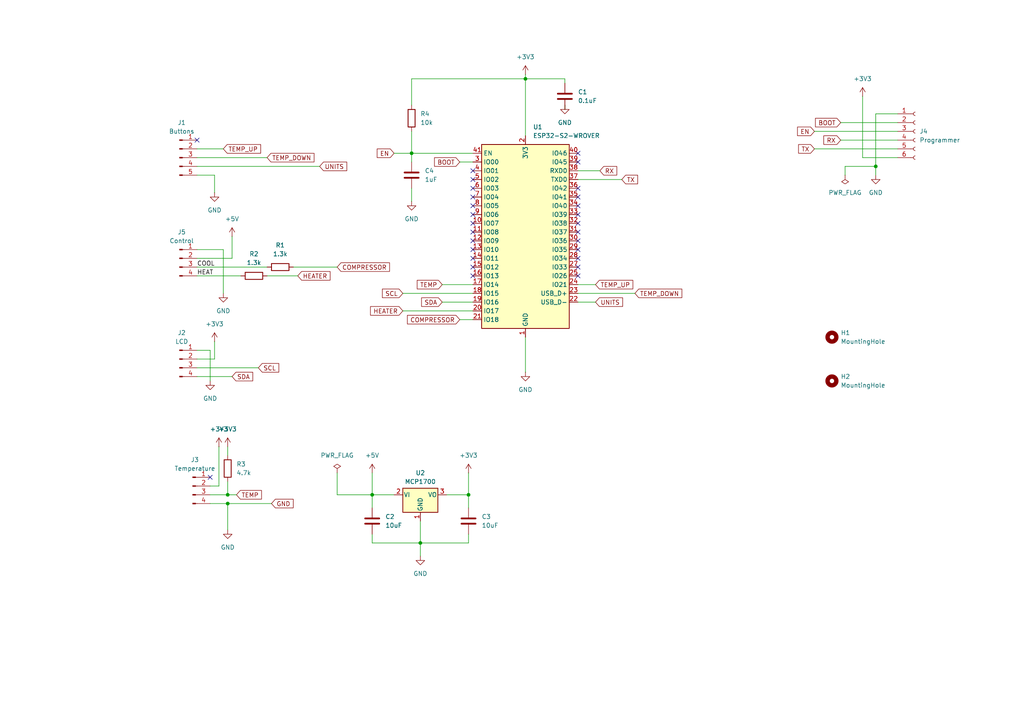
<source format=kicad_sch>
(kicad_sch (version 20231120) (generator "eeschema") (generator_version "8.0")
  (paper "A4")
  (lib_symbols
    (symbol "Conn_01x04_Pin_1" (pin_names (offset 1.016) hide)
      (property "Reference" "J" (at 0 5.08 0))
      (property "Value" "Conn_01x04_Pin" (at 0 -7.62 0))
      (symbol "Conn_01x04_Pin_1_1_1"
        (polyline (pts (xy 1.27 -5.08) (xy 0.8636 -5.08)) (stroke (width 0.1524)))
        (polyline (pts (xy 1.27 -2.54) (xy 0.8636 -2.54)) (stroke (width 0.1524)))
        (polyline (pts (xy 1.27 0) (xy 0.8636 0)) (stroke (width 0.1524)))
        (polyline (pts (xy 1.27 2.54) (xy 0.8636 2.54)) (stroke (width 0.1524)))
        (rectangle (start 0.8636 -4.953) (end 0 -5.207) (stroke (width 0.1524)) (fill (type outline)))
        (rectangle (start 0.8636 -2.413) (end 0 -2.667) (stroke (width 0.1524)) (fill (type outline)))
        (rectangle (start 0.8636 0.127) (end 0 -0.127) (stroke (width 0.1524)) (fill (type outline)))
        (rectangle (start 0.8636 2.667) (end 0 2.413) (stroke (width 0.1524)) (fill (type outline)))
        (pin passive line (at 5.08 2.54 180) (length 3.81) (name "Pin_1") (number "1"))
        (pin passive line (at 5.08 0 180) (length 3.81) (name "Pin_2") (number "2"))
        (pin passive line (at 5.08 -2.54 180) (length 3.81) (name "Pin_3") (number "3"))
        (pin passive line (at 5.08 -5.08 180) (length 3.81) (name "Pin_4") (number "4"))
      )
    )
    (symbol "Connector:Conn_01x04_Pin" (pin_names (offset 1.016) hide)
      (property "Reference" "J" (at 0 5.08 0))
      (property "Value" "Conn_01x04_Pin" (at 0 -7.62 0))
      (symbol "Conn_01x04_Pin_1_1"
        (polyline (pts (xy 1.27 -5.08) (xy 0.8636 -5.08)) (stroke (width 0.1524)))
        (polyline (pts (xy 1.27 -2.54) (xy 0.8636 -2.54)) (stroke (width 0.1524)))
        (polyline (pts (xy 1.27 0) (xy 0.8636 0)) (stroke (width 0.1524)))
        (polyline (pts (xy 1.27 2.54) (xy 0.8636 2.54)) (stroke (width 0.1524)))
        (rectangle (start 0.8636 -4.953) (end 0 -5.207) (stroke (width 0.1524)) (fill (type outline)))
        (rectangle (start 0.8636 -2.413) (end 0 -2.667) (stroke (width 0.1524)) (fill (type outline)))
        (rectangle (start 0.8636 0.127) (end 0 -0.127) (stroke (width 0.1524)) (fill (type outline)))
        (rectangle (start 0.8636 2.667) (end 0 2.413) (stroke (width 0.1524)) (fill (type outline)))
        (pin passive line (at 5.08 2.54 180) (length 3.81) (name "Pin_1") (number "1"))
        (pin passive line (at 5.08 0 180) (length 3.81) (name "Pin_2") (number "2"))
        (pin passive line (at 5.08 -2.54 180) (length 3.81) (name "Pin_3") (number "3"))
        (pin passive line (at 5.08 -5.08 180) (length 3.81) (name "Pin_4") (number "4"))
      )
    )
    (symbol "Connector:Conn_01x05_Pin" (pin_names (offset 1.016) hide)
      (property "Reference" "J" (at 0 7.62 0))
      (property "Value" "Conn_01x05_Pin" (at 0 -7.62 0))
      (symbol "Conn_01x05_Pin_1_1"
        (polyline (pts (xy 1.27 -5.08) (xy 0.8636 -5.08)) (stroke (width 0.1524)))
        (polyline (pts (xy 1.27 -2.54) (xy 0.8636 -2.54)) (stroke (width 0.1524)))
        (polyline (pts (xy 1.27 0) (xy 0.8636 0)) (stroke (width 0.1524)))
        (polyline (pts (xy 1.27 2.54) (xy 0.8636 2.54)) (stroke (width 0.1524)))
        (polyline (pts (xy 1.27 5.08) (xy 0.8636 5.08)) (stroke (width 0.1524)))
        (rectangle (start 0.8636 -4.953) (end 0 -5.207) (stroke (width 0.1524)) (fill (type outline)))
        (rectangle (start 0.8636 -2.413) (end 0 -2.667) (stroke (width 0.1524)) (fill (type outline)))
        (rectangle (start 0.8636 0.127) (end 0 -0.127) (stroke (width 0.1524)) (fill (type outline)))
        (rectangle (start 0.8636 2.667) (end 0 2.413) (stroke (width 0.1524)) (fill (type outline)))
        (rectangle (start 0.8636 5.207) (end 0 4.953) (stroke (width 0.1524)) (fill (type outline)))
        (pin passive line (at 5.08 5.08 180) (length 3.81) (name "Pin_1") (number "1"))
        (pin passive line (at 5.08 2.54 180) (length 3.81) (name "Pin_2") (number "2"))
        (pin passive line (at 5.08 0 180) (length 3.81) (name "Pin_3") (number "3"))
        (pin passive line (at 5.08 -2.54 180) (length 3.81) (name "Pin_4") (number "4"))
        (pin passive line (at 5.08 -5.08 180) (length 3.81) (name "Pin_5") (number "5"))
      )
    )
    (symbol "Connector:Conn_01x06_Socket" (pin_names (offset 1.016) hide)
      (property "Reference" "J" (at 0 7.62 0))
      (property "Value" "Conn_01x06_Socket" (at 0 -10.16 0))
      (symbol "Conn_01x06_Socket_1_1"
        (arc (start 0 -7.112) (mid -0.5058 -7.62) (end 0 -8.128) (stroke (width 0.1524)))
        (arc (start 0 -4.572) (mid -0.5058 -5.08) (end 0 -5.588) (stroke (width 0.1524)))
        (arc (start 0 -2.032) (mid -0.5058 -2.54) (end 0 -3.048) (stroke (width 0.1524)))
        (polyline (pts (xy -1.27 -7.62) (xy -0.508 -7.62)) (stroke (width 0.1524)))
        (polyline (pts (xy -1.27 -5.08) (xy -0.508 -5.08)) (stroke (width 0.1524)))
        (polyline (pts (xy -1.27 -2.54) (xy -0.508 -2.54)) (stroke (width 0.1524)))
        (polyline (pts (xy -1.27 0) (xy -0.508 0)) (stroke (width 0.1524)))
        (polyline (pts (xy -1.27 2.54) (xy -0.508 2.54)) (stroke (width 0.1524)))
        (polyline (pts (xy -1.27 5.08) (xy -0.508 5.08)) (stroke (width 0.1524)))
        (arc (start 0 0.508) (mid -0.5058 0) (end 0 -0.508) (stroke (width 0.1524)))
        (arc (start 0 3.048) (mid -0.5058 2.54) (end 0 2.032) (stroke (width 0.1524)))
        (arc (start 0 5.588) (mid -0.5058 5.08) (end 0 4.572) (stroke (width 0.1524)))
        (pin passive line (at -5.08 5.08 0) (length 3.81) (name "Pin_1") (number "1"))
        (pin passive line (at -5.08 2.54 0) (length 3.81) (name "Pin_2") (number "2"))
        (pin passive line (at -5.08 0 0) (length 3.81) (name "Pin_3") (number "3"))
        (pin passive line (at -5.08 -2.54 0) (length 3.81) (name "Pin_4") (number "4"))
        (pin passive line (at -5.08 -5.08 0) (length 3.81) (name "Pin_5") (number "5"))
        (pin passive line (at -5.08 -7.62 0) (length 3.81) (name "Pin_6") (number "6"))
      )
    )
    (symbol "Device:C" (pin_numbers hide) (pin_names (offset 0.254))
      (property "Reference" "C" (at 0.635 2.54 0))
      (property "Value" "C" (at 0.635 -2.54 0))
      (symbol "C_0_1"
        (polyline (pts (xy -2.032 -0.762) (xy 2.032 -0.762)) (stroke (width 0.508)))
        (polyline (pts (xy -2.032 0.762) (xy 2.032 0.762)) (stroke (width 0.508)))
      )
      (symbol "C_1_1"
        (pin passive line (at 0 3.81 270) (length 2.794) (name "~") (number "1"))
        (pin passive line (at 0 -3.81 90) (length 2.794) (name "~") (number "2"))
      )
    )
    (symbol "Device:R" (pin_numbers hide) (pin_names (offset 0))
      (property "Reference" "R" (at 2.032 0 90))
      (property "Value" "R" (at 0 0 90))
      (symbol "R_0_1"
        (rectangle (start -1.016 -2.54) (end 1.016 2.54) (stroke (width 0.254)))
      )
      (symbol "R_1_1"
        (pin passive line (at 0 3.81 270) (length 1.27) (name "~") (number "1"))
        (pin passive line (at 0 -3.81 90) (length 1.27) (name "~") (number "2"))
      )
    )
    (symbol "Mechanical:MountingHole" (pin_names (offset 1.016)) (exclude_from_sim yes) (in_bom no)
      (property "Reference" "H" (at 0 5.08 0))
      (property "Value" "MountingHole" (at 0 3.175 0))
      (symbol "MountingHole_0_1"
        (circle (center 0 0) (radius 1.27) (stroke (width 1.27)))
      )
    )
    (symbol "RF_Module:ESP32-S2-WROVER"
      (property "Reference" "U" (at -12.7 29.21 0))
      (property "Value" "ESP32-S2-WROVER" (at 2.54 29.21 0))
      (symbol "ESP32-S2-WROVER_0_1"
        (rectangle (start -12.7 27.94) (end 12.7 -25.4) (stroke (width 0.254)) (fill (type background)))
      )
      (symbol "ESP32-S2-WROVER_1_1"
        (pin power_in line (at 0 -27.94 90) (length 2.54) (name "GND") (number "1"))
        (pin bidirectional line (at -15.24 5.08 0) (length 2.54) (name "IO07") (number "10"))
        (pin bidirectional line (at -15.24 2.54 0) (length 2.54) (name "IO08") (number "11"))
        (pin bidirectional line (at -15.24 0 0) (length 2.54) (name "IO09") (number "12"))
        (pin bidirectional line (at -15.24 -2.54 0) (length 2.54) (name "IO10") (number "13"))
        (pin bidirectional line (at -15.24 -5.08 0) (length 2.54) (name "IO11") (number "14"))
        (pin bidirectional line (at -15.24 -7.62 0) (length 2.54) (name "IO12") (number "15"))
        (pin bidirectional line (at -15.24 -10.16 0) (length 2.54) (name "IO13") (number "16"))
        (pin bidirectional line (at -15.24 -12.7 0) (length 2.54) (name "IO14") (number "17"))
        (pin bidirectional line (at -15.24 -15.24 0) (length 2.54) (name "IO15") (number "18"))
        (pin bidirectional line (at -15.24 -17.78 0) (length 2.54) (name "IO16") (number "19"))
        (pin power_in line (at 0 30.48 270) (length 2.54) (name "3V3") (number "2"))
        (pin bidirectional line (at -15.24 -20.32 0) (length 2.54) (name "IO17") (number "20"))
        (pin bidirectional line (at -15.24 -22.86 0) (length 2.54) (name "IO18") (number "21"))
        (pin bidirectional line (at 15.24 -17.78 180) (length 2.54) (name "USB_D-") (number "22"))
        (pin bidirectional line (at 15.24 -15.24 180) (length 2.54) (name "USB_D+") (number "23"))
        (pin bidirectional line (at 15.24 -12.7 180) (length 2.54) (name "IO21") (number "24"))
        (pin bidirectional line (at 15.24 -10.16 180) (length 2.54) (name "IO26") (number "25"))
        (pin passive line (at 0 -27.94 90) (length 2.54) hide (name "GND") (number "26"))
        (pin bidirectional line (at 15.24 -7.62 180) (length 2.54) (name "IO33") (number "27"))
        (pin bidirectional line (at 15.24 -5.08 180) (length 2.54) (name "IO34") (number "28"))
        (pin bidirectional line (at 15.24 -2.54 180) (length 2.54) (name "IO35") (number "29"))
        (pin bidirectional line (at -15.24 22.86 0) (length 2.54) (name "IO00") (number "3"))
        (pin bidirectional line (at 15.24 0 180) (length 2.54) (name "IO36") (number "30"))
        (pin bidirectional line (at 15.24 2.54 180) (length 2.54) (name "IO37") (number "31"))
        (pin bidirectional line (at 15.24 5.08 180) (length 2.54) (name "IO38") (number "32"))
        (pin bidirectional line (at 15.24 7.62 180) (length 2.54) (name "IO39") (number "33"))
        (pin bidirectional line (at 15.24 10.16 180) (length 2.54) (name "IO40") (number "34"))
        (pin bidirectional line (at 15.24 12.7 180) (length 2.54) (name "IO41") (number "35"))
        (pin bidirectional line (at 15.24 15.24 180) (length 2.54) (name "IO42") (number "36"))
        (pin bidirectional line (at 15.24 17.78 180) (length 2.54) (name "TXD0") (number "37"))
        (pin bidirectional line (at 15.24 20.32 180) (length 2.54) (name "RXD0") (number "38"))
        (pin bidirectional line (at 15.24 22.86 180) (length 2.54) (name "IO45") (number "39"))
        (pin bidirectional line (at -15.24 20.32 0) (length 2.54) (name "IO01") (number "4"))
        (pin input line (at 15.24 25.4 180) (length 2.54) (name "IO46") (number "40"))
        (pin input line (at -15.24 25.4 0) (length 2.54) (name "EN") (number "41"))
        (pin passive line (at 0 -27.94 90) (length 2.54) hide (name "GND") (number "42"))
        (pin passive line (at 0 -27.94 90) (length 2.54) hide (name "GND") (number "43"))
        (pin bidirectional line (at -15.24 17.78 0) (length 2.54) (name "IO02") (number "5"))
        (pin bidirectional line (at -15.24 15.24 0) (length 2.54) (name "IO03") (number "6"))
        (pin bidirectional line (at -15.24 12.7 0) (length 2.54) (name "IO04") (number "7"))
        (pin bidirectional line (at -15.24 10.16 0) (length 2.54) (name "IO05") (number "8"))
        (pin bidirectional line (at -15.24 7.62 0) (length 2.54) (name "IO06") (number "9"))
      )
    )
    (symbol "Regulator_Linear:MCP1700x-330xxMB" (pin_names (offset 0.254))
      (property "Reference" "U" (at -3.81 3.175 0))
      (property "Value" "MCP1700x-330xxMB" (at 0 3.175 0))
      (symbol "MCP1700x-330xxMB_0_1"
        (rectangle (start -5.08 -5.08) (end 5.08 1.905) (stroke (width 0.254)) (fill (type background)))
      )
      (symbol "MCP1700x-330xxMB_1_1"
        (pin power_in line (at 0 -7.62 90) (length 2.54) (name "GND") (number "1"))
        (pin power_in line (at -7.62 0 0) (length 2.54) (name "VI") (number "2"))
        (pin power_out line (at 7.62 0 180) (length 2.54) (name "VO") (number "3"))
      )
    )
    (symbol "power:+3V3" (power) (pin_numbers hide) (pin_names (offset 0) hide)
      (property "Value" "+3V3" (at 0 3.556 0))
      (symbol "+3V3_0_1"
        (polyline (pts (xy -0.762 1.27) (xy 0 2.54)))
        (polyline (pts (xy 0 0) (xy 0 2.54)))
        (polyline (pts (xy 0 2.54) (xy 0.762 1.27)))
      )
      (symbol "+3V3_1_1"
        (pin power_in line (at 0 0 90) (length 0) (name "~") (number "1"))
      )
    )
    (symbol "power:+5V" (power) (pin_numbers hide) (pin_names (offset 0) hide)
      (property "Value" "+5V" (at 0 3.556 0))
      (symbol "+5V_0_1"
        (polyline (pts (xy -0.762 1.27) (xy 0 2.54)))
        (polyline (pts (xy 0 0) (xy 0 2.54)))
        (polyline (pts (xy 0 2.54) (xy 0.762 1.27)))
      )
      (symbol "+5V_1_1"
        (pin power_in line (at 0 0 90) (length 0) (name "~") (number "1"))
      )
    )
    (symbol "power:GND" (power) (pin_numbers hide) (pin_names (offset 0) hide)
      (property "Value" "GND" (at 0 -3.81 0))
      (symbol "GND_0_1"
        (polyline (pts (xy 0 0) (xy 0 -1.27) (xy 1.27 -1.27) (xy 0 -2.54) (xy -1.27 -1.27) (xy 0 -1.27)))
      )
      (symbol "GND_1_1"
        (pin power_in line (at 0 0 270) (length 0) (name "~") (number "1"))
      )
    )
    (symbol "power:PWR_FLAG" (power) (pin_numbers hide) (pin_names (offset 0) hide)
      (property "Value" "PWR_FLAG" (at 0 3.81 0))
      (symbol "PWR_FLAG_0_0"
        (pin power_out line (at 0 0 90) (length 0) (name "~") (number "1"))
      )
      (symbol "PWR_FLAG_0_1"
        (polyline (pts (xy 0 0) (xy 0 1.27) (xy -1.016 1.905) (xy 0 2.54) (xy 1.016 1.905) (xy 0 1.27)))
      )
    )
  )
  (junction (at 119.38 44.45))
  (junction (at 152.4 22.86))
  (junction (at 107.95 143.51))
  (junction (at 135.89 143.51))
  (junction (at 66.04 146.05))
  (junction (at 66.04 143.51))
  (junction (at 254 48.26))
  (junction (at 121.92 157.48))
  (no_connect (at 167.64 62.23))
  (no_connect (at 137.16 59.69))
  (no_connect (at 137.16 49.53))
  (no_connect (at 167.64 64.77))
  (no_connect (at 137.16 62.23))
  (no_connect (at 167.64 57.15))
  (no_connect (at 137.16 69.85))
  (no_connect (at 167.64 46.99))
  (no_connect (at 60.96 138.43))
  (no_connect (at 137.16 54.61))
  (no_connect (at 137.16 57.15))
  (no_connect (at 137.16 67.31))
  (no_connect (at 167.64 69.85))
  (no_connect (at 137.16 74.93))
  (no_connect (at 167.64 54.61))
  (no_connect (at 167.64 59.69))
  (no_connect (at 137.16 72.39))
  (no_connect (at 167.64 77.47))
  (no_connect (at 137.16 64.77))
  (no_connect (at 167.64 80.01))
  (no_connect (at 137.16 52.07))
  (no_connect (at 167.64 44.45))
  (no_connect (at 167.64 74.93))
  (no_connect (at 167.64 67.31))
  (no_connect (at 167.64 72.39))
  (no_connect (at 57.15 40.64))
  (no_connect (at 137.16 80.01))
  (no_connect (at 137.16 77.47))
  (wire (pts (xy 128.27 87.63) (xy 137.16 87.63)))
  (wire (pts (xy 64.77 72.39) (xy 64.77 85.09)))
  (wire (pts (xy 152.4 22.86) (xy 163.83 22.86)))
  (wire (pts (xy 119.38 44.45) (xy 119.38 46.99)))
  (wire (pts (xy 66.04 129.54) (xy 66.04 132.08)))
  (wire (pts (xy 121.92 157.48) (xy 121.92 161.29)))
  (wire (pts (xy 119.38 38.1) (xy 119.38 44.45)))
  (wire (pts (xy 119.38 54.61) (xy 119.38 58.42)))
  (wire (pts (xy 60.96 140.97) (xy 63.5 140.97)))
  (wire (pts (xy 243.84 40.64) (xy 260.35 40.64)))
  (wire (pts (xy 133.35 46.99) (xy 137.16 46.99)))
  (wire (pts (xy 57.15 50.8) (xy 62.23 50.8)))
  (wire (pts (xy 57.15 109.22) (xy 67.31 109.22)))
  (wire (pts (xy 57.15 48.26) (xy 92.71 48.26)))
  (wire (pts (xy 57.15 77.47) (xy 77.47 77.47)))
  (wire (pts (xy 135.89 154.94) (xy 135.89 157.48)))
  (wire (pts (xy 97.79 143.51) (xy 107.95 143.51)))
  (wire (pts (xy 66.04 146.05) (xy 78.74 146.05)))
  (wire (pts (xy 66.04 143.51) (xy 68.58 143.51)))
  (wire (pts (xy 62.23 99.06) (xy 62.23 104.14)))
  (wire (pts (xy 114.3 44.45) (xy 119.38 44.45)))
  (wire (pts (xy 66.04 146.05) (xy 66.04 153.67)))
  (wire (pts (xy 236.22 43.18) (xy 260.35 43.18)))
  (wire (pts (xy 119.38 22.86) (xy 119.38 30.48)))
  (wire (pts (xy 60.96 143.51) (xy 66.04 143.51)))
  (wire (pts (xy 250.19 27.94) (xy 250.19 45.72)))
  (wire (pts (xy 116.84 85.09) (xy 137.16 85.09)))
  (wire (pts (xy 57.15 106.68) (xy 74.93 106.68)))
  (wire (pts (xy 62.23 104.14) (xy 57.15 104.14)))
  (wire (pts (xy 245.11 50.8) (xy 245.11 48.26)))
  (wire (pts (xy 243.84 35.56) (xy 260.35 35.56)))
  (wire (pts (xy 107.95 157.48) (xy 121.92 157.48)))
  (wire (pts (xy 67.31 68.58) (xy 67.31 74.93)))
  (wire (pts (xy 254 33.02) (xy 260.35 33.02)))
  (wire (pts (xy 152.4 22.86) (xy 152.4 39.37)))
  (wire (pts (xy 57.15 43.18) (xy 64.77 43.18)))
  (wire (pts (xy 107.95 137.16) (xy 107.95 143.51)))
  (wire (pts (xy 129.54 143.51) (xy 135.89 143.51)))
  (wire (pts (xy 163.83 31.75) (xy 163.83 30.48)))
  (wire (pts (xy 57.15 80.01) (xy 69.85 80.01)))
  (wire (pts (xy 236.22 38.1) (xy 260.35 38.1)))
  (wire (pts (xy 77.47 80.01) (xy 86.36 80.01)))
  (wire (pts (xy 62.23 50.8) (xy 62.23 55.88)))
  (wire (pts (xy 107.95 143.51) (xy 107.95 147.32)))
  (wire (pts (xy 245.11 48.26) (xy 254 48.26)))
  (wire (pts (xy 163.83 24.13) (xy 163.83 22.86)))
  (wire (pts (xy 135.89 137.16) (xy 135.89 143.51)))
  (wire (pts (xy 66.04 139.7) (xy 66.04 143.51)))
  (wire (pts (xy 254 48.26) (xy 254 50.8)))
  (wire (pts (xy 167.64 52.07) (xy 180.34 52.07)))
  (wire (pts (xy 60.96 101.6) (xy 60.96 110.49)))
  (wire (pts (xy 121.92 151.13) (xy 121.92 157.48)))
  (wire (pts (xy 167.64 82.55) (xy 172.72 82.55)))
  (wire (pts (xy 167.64 49.53) (xy 173.99 49.53)))
  (wire (pts (xy 116.84 90.17) (xy 137.16 90.17)))
  (wire (pts (xy 152.4 97.79) (xy 152.4 107.95)))
  (wire (pts (xy 60.96 146.05) (xy 66.04 146.05)))
  (wire (pts (xy 119.38 22.86) (xy 152.4 22.86)))
  (wire (pts (xy 135.89 143.51) (xy 135.89 147.32)))
  (wire (pts (xy 57.15 101.6) (xy 60.96 101.6)))
  (wire (pts (xy 97.79 137.16) (xy 97.79 143.51)))
  (wire (pts (xy 114.3 143.51) (xy 107.95 143.51)))
  (wire (pts (xy 107.95 154.94) (xy 107.95 157.48)))
  (wire (pts (xy 167.64 85.09) (xy 184.15 85.09)))
  (wire (pts (xy 167.64 87.63) (xy 172.72 87.63)))
  (wire (pts (xy 260.35 45.72) (xy 250.19 45.72)))
  (wire (pts (xy 57.15 45.72) (xy 77.47 45.72)))
  (wire (pts (xy 85.09 77.47) (xy 97.79 77.47)))
  (wire (pts (xy 152.4 21.59) (xy 152.4 22.86)))
  (wire (pts (xy 128.27 82.55) (xy 137.16 82.55)))
  (wire (pts (xy 254 33.02) (xy 254 48.26)))
  (wire (pts (xy 57.15 74.93) (xy 67.31 74.93)))
  (wire (pts (xy 121.92 157.48) (xy 135.89 157.48)))
  (wire (pts (xy 119.38 44.45) (xy 137.16 44.45)))
  (wire (pts (xy 63.5 140.97) (xy 63.5 129.54)))
  (wire (pts (xy 133.35 92.71) (xy 137.16 92.71)))
  (wire (pts (xy 57.15 72.39) (xy 64.77 72.39)))
  (label "HEAT" (at 57.15 80.01 0))
  (label "COOL" (at 57.15 77.47 0))
  (global_label "SCL" (shape input) (at 74.93 106.68 0) (property "Intersheetrefs" "${INTERSHEET_REFS}" (effects (hide yes))))
  (global_label "TEMP_DOWN" (shape input) (at 77.47 45.72 0) (property "Intersheetrefs" "${INTERSHEET_REFS}" (effects (hide yes))))
  (global_label "EN" (shape input) (at 236.22 38.1 180) (property "Intersheetrefs" "${INTERSHEET_REFS}" (effects (hide yes))))
  (global_label "SDA" (shape input) (at 128.27 87.63 180) (property "Intersheetrefs" "${INTERSHEET_REFS}" (effects (hide yes))))
  (global_label "COMPRESSOR" (shape input) (at 133.35 92.71 180) (property "Intersheetrefs" "${INTERSHEET_REFS}" (effects (hide yes))))
  (global_label "TEMP" (shape input) (at 128.27 82.55 180) (property "Intersheetrefs" "${INTERSHEET_REFS}" (effects (hide yes))))
  (global_label "TEMP_UP" (shape input) (at 64.77 43.18 0) (property "Intersheetrefs" "${INTERSHEET_REFS}" (effects (hide yes))))
  (global_label "BOOT" (shape input) (at 133.35 46.99 180) (property "Intersheetrefs" "${INTERSHEET_REFS}" (effects (hide yes))))
  (global_label "BOOT" (shape input) (at 243.84 35.56 180) (property "Intersheetrefs" "${INTERSHEET_REFS}" (effects (hide yes))))
  (global_label "HEATER" (shape input) (at 86.36 80.01 0) (property "Intersheetrefs" "${INTERSHEET_REFS}" (effects (hide yes))))
  (global_label "HEATER" (shape input) (at 116.84 90.17 180) (property "Intersheetrefs" "${INTERSHEET_REFS}" (effects (hide yes))))
  (global_label "SCL" (shape input) (at 116.84 85.09 180) (property "Intersheetrefs" "${INTERSHEET_REFS}" (effects (hide yes))))
  (global_label "SDA" (shape input) (at 67.31 109.22 0) (property "Intersheetrefs" "${INTERSHEET_REFS}" (effects (hide yes))))
  (global_label "RX" (shape input) (at 243.84 40.64 180) (property "Intersheetrefs" "${INTERSHEET_REFS}" (effects (hide yes))))
  (global_label "TEMP_UP" (shape input) (at 172.72 82.55 0) (property "Intersheetrefs" "${INTERSHEET_REFS}" (effects (hide yes))))
  (global_label "TEMP" (shape input) (at 68.58 143.51 0) (property "Intersheetrefs" "${INTERSHEET_REFS}" (effects (hide yes))))
  (global_label "TEMP_DOWN" (shape input) (at 184.15 85.09 0) (property "Intersheetrefs" "${INTERSHEET_REFS}" (effects (hide yes))))
  (global_label "EN" (shape input) (at 114.3 44.45 180) (property "Intersheetrefs" "${INTERSHEET_REFS}" (effects (hide yes))))
  (global_label "RX" (shape input) (at 173.99 49.53 0) (property "Intersheetrefs" "${INTERSHEET_REFS}" (effects (hide yes))))
  (global_label "TX" (shape input) (at 180.34 52.07 0) (property "Intersheetrefs" "${INTERSHEET_REFS}" (effects (hide yes))))
  (global_label "UNITS" (shape input) (at 172.72 87.63 0) (property "Intersheetrefs" "${INTERSHEET_REFS}" (effects (hide yes))))
  (global_label "GND" (shape input) (at 78.74 146.05 0) (property "Intersheetrefs" "${INTERSHEET_REFS}" (effects (hide yes))))
  (global_label "UNITS" (shape input) (at 92.71 48.26 0) (property "Intersheetrefs" "${INTERSHEET_REFS}" (effects (hide yes))))
  (global_label "COMPRESSOR" (shape input) (at 97.79 77.47 0) (property "Intersheetrefs" "${INTERSHEET_REFS}" (effects (hide yes))))
  (global_label "TX" (shape input) (at 236.22 43.18 180) (property "Intersheetrefs" "${INTERSHEET_REFS}" (effects (hide yes))))
  (symbol (lib_id "Device:C") (at 135.89 151.13 0) (unit 1)
    (property "Reference" "C3" (at 139.7 149.8599 0) (effects (justify left)))
    (property "Value" "10uF" (at 139.7 152.3999 0) (effects (justify left)))
    (property "Footprint" "Capacitor_SMD:C_0805_2012Metric" (effects (hide yes)))
    (property "Description" "Unpolarized capacitor" (effects (hide yes)))
  )
  (symbol (lib_id "Device:R") (at 73.66 80.01 90) (unit 1)
    (property "Reference" "R2" (at 73.66 73.66 90))
    (property "Value" "1.3k" (at 73.66 76.2 90))
    (property "Footprint" "Resistor_SMD:R_0805_2012Metric" (effects (hide yes)))
    (property "Description" "Resistor" (effects (hide yes)))
  )
  (symbol (lib_id "Device:C") (at 107.95 151.13 0) (unit 1)
    (property "Reference" "C2" (at 111.76 149.8599 0) (effects (justify left)))
    (property "Value" "10uF" (at 111.76 152.3999 0) (effects (justify left)))
    (property "Footprint" "Capacitor_SMD:C_0805_2012Metric" (effects (hide yes)))
    (property "Description" "Unpolarized capacitor" (effects (hide yes)))
  )
  (symbol (lib_id "power:GND") (at 64.77 85.09 0) (unit 1)
    (property "Reference" "#PWR02" (effects (hide yes)))
    (property "Value" "GND" (at 64.77 90.17 0))
    (property "Description" "Power symbol creates a global label with name \"GND\" , ground" (effects (hide yes)))
  )
  (symbol (lib_id "power:GND") (at 121.92 161.29 0) (unit 1)
    (property "Reference" "#PWR08" (effects (hide yes)))
    (property "Value" "GND" (at 121.92 166.37 0))
    (property "Description" "Power symbol creates a global label with name \"GND\" , ground" (effects (hide yes)))
  )
  (symbol (lib_id "Device:R") (at 81.28 77.47 90) (unit 1)
    (property "Reference" "R1" (at 81.28 71.12 90))
    (property "Value" "1.3k" (at 81.28 73.66 90))
    (property "Footprint" "Resistor_SMD:R_0805_2012Metric" (effects (hide yes)))
    (property "Description" "Resistor" (effects (hide yes)))
  )
  (symbol (lib_id "Mechanical:MountingHole") (at 241.3 97.79 0) (unit 1) (exclude_from_sim yes) (in_bom no)
    (property "Reference" "H1" (at 243.84 96.5199 0) (effects (justify left)))
    (property "Value" "MountingHole" (at 243.84 99.0599 0) (effects (justify left)))
    (property "Footprint" "MountingHole:MountingHole_3mm" (effects (hide yes)))
    (property "Description" "Mounting Hole without connection" (effects (hide yes)))
  )
  (symbol (lib_id "Connector:Conn_01x04_Pin") (at 55.88 140.97 0) (unit 1)
    (property "Reference" "J3" (at 56.515 133.35 0))
    (property "Value" "Temperature" (at 56.515 135.89 0))
    (property "Footprint" "Connector_JST:JST_PH_B4B-PH-K_1x04_P2.00mm_Vertical" (effects (hide yes)))
    (property "Description" "Generic connector, single row, 01x04, script generated" (effects (hide yes)))
  )
  (symbol (lib_id "Device:C") (at 163.83 27.94 0) (unit 1)
    (property "Reference" "C1" (at 167.64 26.6699 0) (effects (justify left)))
    (property "Value" "0.1uF" (at 167.64 29.2099 0) (effects (justify left)))
    (property "Footprint" "Capacitor_SMD:C_0805_2012Metric" (effects (hide yes)))
    (property "Description" "Unpolarized capacitor" (effects (hide yes)))
  )
  (symbol (lib_id "power:+3V3") (at 135.89 137.16 0) (unit 1)
    (property "Reference" "#PWR09" (effects (hide yes)))
    (property "Value" "+3V3" (at 135.89 132.08 0))
    (property "Description" "Power symbol creates a global label with name \"+3V3\"" (effects (hide yes)))
  )
  (symbol (lib_id "power:GND") (at 254 50.8 0) (unit 1)
    (property "Reference" "#PWR020" (effects (hide yes)))
    (property "Value" "GND" (at 254 55.88 0))
    (property "Description" "Power symbol creates a global label with name \"GND\" , ground" (effects (hide yes)))
  )
  (symbol (lib_id "Regulator_Linear:MCP1700x-330xxMB") (at 121.92 143.51 0) (unit 1)
    (property "Reference" "U2" (at 121.92 137.16 0))
    (property "Value" "MCP1700" (at 121.92 139.7 0))
    (property "Footprint" "Package_TO_SOT_SMD:SOT-89-3" (effects (hide yes)))
    (property "Datasheet" "http://ww1.microchip.com/downloads/en/DeviceDoc/20001826D.pdf" (effects (hide yes)))
    (property "Description" "250mA Low Quiscent Current LDO, 3.3V output, SOT-89" (effects (hide yes)))
  )
  (symbol (lib_id "power:+3V3") (at 66.04 129.54 0) (unit 1)
    (property "Reference" "#PWR016" (effects (hide yes)))
    (property "Value" "+3V3" (at 66.04 124.46 0))
    (property "Description" "Power symbol creates a global label with name \"+3V3\"" (effects (hide yes)))
  )
  (symbol (lib_id "power:+3V3") (at 63.5 129.54 0) (unit 1)
    (property "Reference" "#PWR013" (effects (hide yes)))
    (property "Value" "+3V3" (at 63.5 124.46 0))
    (property "Description" "Power symbol creates a global label with name \"+3V3\"" (effects (hide yes)))
  )
  (symbol (lib_id "Connector:Conn_01x06_Socket") (at 265.43 38.1 0) (unit 1)
    (property "Reference" "J4" (at 266.7 38.0999 0) (effects (justify left)))
    (property "Value" "Programmer" (at 266.7 40.6399 0) (effects (justify left)))
    (property "Footprint" "Connector_PinHeader_2.54mm:PinHeader_1x06_P2.54mm_Vertical" (effects (hide yes)))
    (property "Description" "Generic connector, single row, 01x06, script generated" (effects (hide yes)))
  )
  (symbol (lib_id "power:GND") (at 119.38 58.42 0) (unit 1)
    (property "Reference" "#PWR011" (effects (hide yes)))
    (property "Value" "GND" (at 119.38 63.5 0))
    (property "Description" "Power symbol creates a global label with name \"GND\" , ground" (effects (hide yes)))
  )
  (symbol (lib_id "Connector:Conn_01x04_Pin") (at 52.07 104.14 0) (unit 1)
    (property "Reference" "J2" (at 52.705 96.52 0))
    (property "Value" "LCD" (at 52.705 99.06 0))
    (property "Footprint" "Display:0.91 Inch OLED Module 128X32" (effects (hide yes)))
    (property "Description" "Generic connector, single row, 01x04, script generated" (effects (hide yes)))
  )
  (symbol (lib_id "power:PWR_FLAG") (at 97.79 137.16 0) (unit 1)
    (property "Reference" "#FLG01" (effects (hide yes)))
    (property "Value" "PWR_FLAG" (at 97.79 132.08 0))
    (property "Description" "Special symbol for telling ERC where power comes from" (effects (hide yes)))
  )
  (symbol (lib_id "power:GND") (at 66.04 153.67 0) (unit 1)
    (property "Reference" "#PWR05" (effects (hide yes)))
    (property "Value" "GND" (at 66.04 158.75 0))
    (property "Description" "Power symbol creates a global label with name \"GND\" , ground" (effects (hide yes)))
  )
  (symbol (lib_id "power:GND") (at 152.4 107.95 0) (unit 1)
    (property "Reference" "#PWR01" (effects (hide yes)))
    (property "Value" "GND" (at 152.4 113.03 0))
    (property "Description" "Power symbol creates a global label with name \"GND\" , ground" (effects (hide yes)))
  )
  (symbol (lib_id "power:GND") (at 62.23 55.88 0) (unit 1)
    (property "Reference" "#PWR03" (effects (hide yes)))
    (property "Value" "GND" (at 62.23 60.96 0))
    (property "Description" "Power symbol creates a global label with name \"GND\" , ground" (effects (hide yes)))
  )
  (symbol (lib_id "power:+5V") (at 107.95 137.16 0) (unit 1)
    (property "Reference" "#PWR07" (effects (hide yes)))
    (property "Value" "+5V" (at 107.95 132.08 0))
    (property "Description" "Power symbol creates a global label with name \"+5V\"" (effects (hide yes)))
  )
  (symbol (lib_id "Device:R") (at 66.04 135.89 0) (unit 1)
    (property "Reference" "R3" (at 68.58 134.6199 0) (effects (justify left)))
    (property "Value" "4.7k" (at 68.58 137.1599 0) (effects (justify left)))
    (property "Footprint" "Resistor_SMD:R_0805_2012Metric" (effects (hide yes)))
    (property "Description" "Resistor" (effects (hide yes)))
  )
  (symbol (lib_id "power:+3V3") (at 62.23 99.06 0) (unit 1)
    (property "Reference" "#PWR017" (effects (hide yes)))
    (property "Value" "+3V3" (at 62.23 93.98 0))
    (property "Description" "Power symbol creates a global label with name \"+3V3\"" (effects (hide yes)))
  )
  (symbol (lib_id "power:PWR_FLAG") (at 245.11 50.8 180) (unit 1)
    (property "Reference" "#FLG02" (effects (hide yes)))
    (property "Value" "PWR_FLAG" (at 245.11 55.88 0))
    (property "Description" "Special symbol for telling ERC where power comes from" (effects (hide yes)))
  )
  (symbol (lib_id "Mechanical:MountingHole") (at 241.3 110.49 0) (unit 1) (exclude_from_sim yes) (in_bom no)
    (property "Reference" "H2" (at 243.84 109.2199 0) (effects (justify left)))
    (property "Value" "MountingHole" (at 243.84 111.7599 0) (effects (justify left)))
    (property "Footprint" "MountingHole:MountingHole_3mm" (effects (hide yes)))
    (property "Description" "Mounting Hole without connection" (effects (hide yes)))
  )
  (symbol (lib_id "Device:C") (at 119.38 50.8 0) (unit 1)
    (property "Reference" "C4" (at 123.19 49.5299 0) (effects (justify left)))
    (property "Value" "1uF" (at 123.19 52.0699 0) (effects (justify left)))
    (property "Footprint" "Capacitor_SMD:C_0805_2012Metric" (effects (hide yes)))
    (property "Description" "Unpolarized capacitor" (effects (hide yes)))
  )
  (symbol (lib_id "power:+3V3") (at 152.4 21.59 0) (unit 1)
    (property "Reference" "#PWR010" (effects (hide yes)))
    (property "Value" "+3V3" (at 152.4 16.51 0))
    (property "Description" "Power symbol creates a global label with name \"+3V3\"" (effects (hide yes)))
  )
  (symbol (lib_id "power:+3V3") (at 250.19 27.94 0) (unit 1)
    (property "Reference" "#PWR019" (effects (hide yes)))
    (property "Value" "+3V3" (at 250.19 22.86 0))
    (property "Description" "Power symbol creates a global label with name \"+3V3\"" (effects (hide yes)))
  )
  (symbol (lib_id "power:+5V") (at 67.31 68.58 0) (unit 1)
    (property "Reference" "#PWR06" (effects (hide yes)))
    (property "Value" "+5V" (at 67.31 63.5 0))
    (property "Description" "Power symbol creates a global label with name \"+5V\"" (effects (hide yes)))
  )
  (symbol (lib_id "Connector:Conn_01x05_Pin") (at 52.07 45.72 0) (unit 1)
    (property "Reference" "J1" (at 52.705 35.56 0))
    (property "Value" "Buttons" (at 52.705 38.1 0))
    (property "Footprint" "Connector_PinHeader_2.54mm:PinHeader_1x05_P2.54mm_Vertical" (effects (hide yes)))
    (property "Description" "Generic connector, single row, 01x05, script generated" (effects (hide yes)))
  )
  (symbol (lib_id "power:GND") (at 163.83 30.48 0) (unit 1)
    (property "Reference" "#PWR012" (effects (hide yes)))
    (property "Value" "GND" (at 163.83 35.56 0))
    (property "Description" "Power symbol creates a global label with name \"GND\" , ground" (effects (hide yes)))
  )
  (symbol (lib_id "power:GND") (at 60.96 110.49 0) (unit 1)
    (property "Reference" "#PWR04" (effects (hide yes)))
    (property "Value" "GND" (at 60.96 115.57 0))
    (property "Description" "Power symbol creates a global label with name \"GND\" , ground" (effects (hide yes)))
  )
  (symbol (lib_id "RF_Module:ESP32-S2-WROVER") (at 152.4 69.85 0) (unit 1)
    (property "Reference" "U1" (at 154.5941 36.83 0) (effects (justify left)))
    (property "Value" "ESP32-S2-WROVER" (at 154.5941 39.37 0) (effects (justify left)))
    (property "Footprint" "RF_Module:ESP32-S2-WROVER" (effects (hide yes)))
    (property "Datasheet" "https://www.espressif.com/sites/default/files/documentation/esp32-s2-wroom_esp32-s2-wroom-i_datasheet_en.pdf" (effects (hide yes)))
    (property "Description" "RF Module, ESP32-D0WDQ6 SoC, Wi-Fi 802.11b/g/n, 32-bit, 2.7-3.6V, onboard antenna, SMD" (effects (hide yes)))
  )
  (symbol (lib_name "Conn_01x04_Pin_1") (lib_id "Connector:Conn_01x04_Pin") (at 52.07 74.93 0) (unit 1)
    (property "Reference" "J5" (at 52.705 67.31 0))
    (property "Value" "Control" (at 52.705 69.85 0))
    (property "Footprint" "Connector_JST:JST_XH_B4B-XH-A_1x04_P2.50mm_Vertical" (effects (hide yes)))
    (property "Description" "Generic connector, single row, 01x04, script generated" (effects (hide yes)))
  )
  (symbol (lib_id "Device:R") (at 119.38 34.29 0) (unit 1)
    (property "Reference" "R4" (at 121.92 33.0199 0) (effects (justify left)))
    (property "Value" "10k" (at 121.92 35.5599 0) (effects (justify left)))
    (property "Footprint" "Resistor_SMD:R_0805_2012Metric" (effects (hide yes)))
    (property "Description" "Resistor" (effects (hide yes)))
  )
)
</source>
